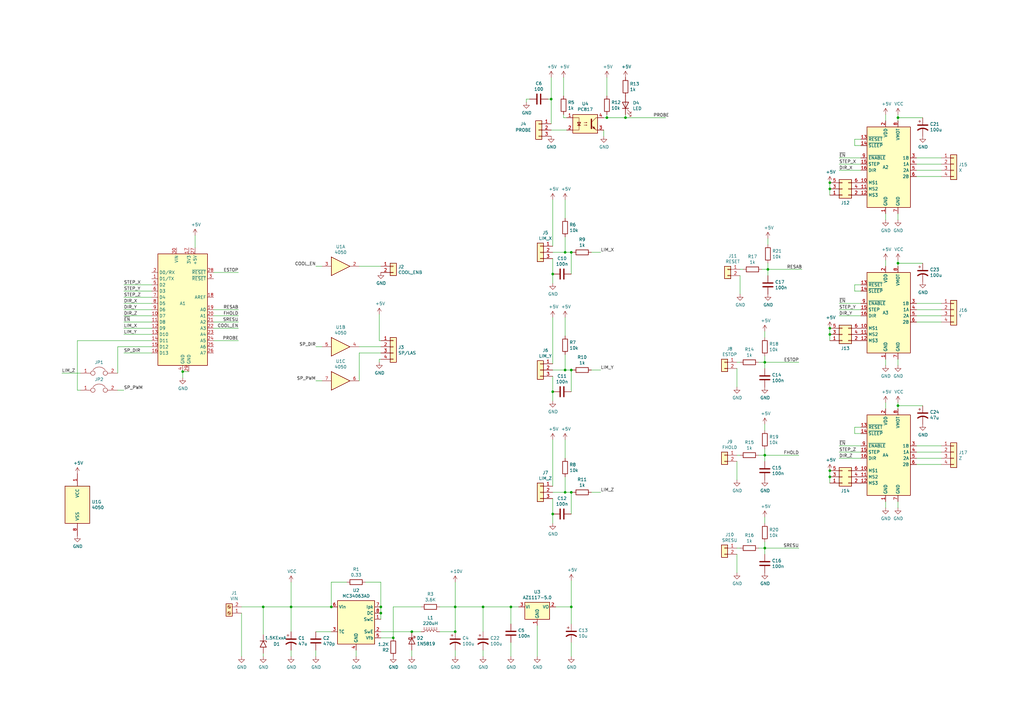
<source format=kicad_sch>
(kicad_sch (version 20211123) (generator eeschema)
  (paper "A3")
  (junction (at 231.775 151.765))
  (junction (at 340.36 134.62))
  (junction (at 119.38 248.92))
  (junction (at 226.695 112.395))
  (junction (at 107.95 248.92))
  (junction (at 340.36 74.93))
  (junction (at 234.315 103.505))
  (junction (at 156.21 248.92))
  (junction (at 161.29 261.62))
  (junction (at 234.315 248.92))
  (junction (at 186.69 259.08))
  (junction (at 248.92 48.26))
  (junction (at 313.69 148.59))
  (junction (at 368.3 166.37))
  (junction (at 135.89 248.92))
  (junction (at 198.12 248.92))
  (junction (at 368.3 48.26))
  (junction (at 234.315 201.93))
  (junction (at 226.695 160.655))
  (junction (at 168.91 259.08))
  (junction (at 234.315 151.765))
  (junction (at 156.21 251.46))
  (junction (at 186.69 248.92))
  (junction (at 226.06 40.64))
  (junction (at 340.36 137.16))
  (junction (at 256.54 48.26))
  (junction (at 368.3 107.95))
  (junction (at 231.775 103.505))
  (junction (at 209.55 248.92))
  (junction (at 340.36 193.04))
  (junction (at 74.93 152.4))
  (junction (at 226.695 210.82))
  (junction (at 314.96 110.49))
  (junction (at 313.69 224.79))
  (junction (at 231.775 201.93))
  (junction (at 340.36 195.58))
  (junction (at 340.36 77.47))
  (junction (at 313.69 186.69))
  (wire (pts (xy 386.08 72.39) (xy 375.92 72.39)))
  (wire (pts (xy 135.89 238.76) (xy 135.89 248.92)))
  (wire (pts (xy 302.26 196.85) (xy 302.26 189.23)))
  (wire (pts (xy 87.63 129.54) (xy 97.79 129.54)))
  (wire (pts (xy 375.92 187.96) (xy 386.08 187.96)))
  (wire (pts (xy 363.22 165.1) (xy 363.22 167.64)))
  (wire (pts (xy 161.29 248.92) (xy 172.72 248.92)))
  (wire (pts (xy 147.32 144.78) (xy 156.21 144.78)))
  (wire (pts (xy 226.695 112.395) (xy 226.695 106.045)))
  (wire (pts (xy 363.22 149.86) (xy 363.22 147.32)))
  (wire (pts (xy 119.38 248.92) (xy 135.89 248.92)))
  (wire (pts (xy 368.3 166.37) (xy 368.3 167.64)))
  (wire (pts (xy 156.21 251.46) (xy 156.21 248.92)))
  (wire (pts (xy 375.92 64.77) (xy 386.08 64.77)))
  (wire (pts (xy 313.69 186.69) (xy 327.66 186.69)))
  (wire (pts (xy 80.01 101.6) (xy 80.01 96.52)))
  (wire (pts (xy 155.575 147.32) (xy 156.21 147.32)))
  (wire (pts (xy 314.96 100.33) (xy 314.96 97.79)))
  (wire (pts (xy 363.22 46.99) (xy 363.22 49.53)))
  (wire (pts (xy 375.92 124.46) (xy 386.08 124.46)))
  (wire (pts (xy 311.15 148.59) (xy 313.69 148.59)))
  (wire (pts (xy 350.52 119.38) (xy 353.06 119.38)))
  (wire (pts (xy 344.17 129.54) (xy 353.06 129.54)))
  (wire (pts (xy 180.34 259.08) (xy 186.69 259.08)))
  (wire (pts (xy 368.3 106.68) (xy 368.3 107.95)))
  (wire (pts (xy 303.53 120.65) (xy 303.53 113.03)))
  (wire (pts (xy 25.4 153.035) (xy 33.02 153.035)))
  (wire (pts (xy 129.54 269.24) (xy 129.54 266.7)))
  (wire (pts (xy 231.775 97.155) (xy 231.775 103.505)))
  (wire (pts (xy 368.3 149.86) (xy 368.3 147.32)))
  (wire (pts (xy 302.26 158.75) (xy 302.26 151.13)))
  (wire (pts (xy 353.06 127) (xy 344.17 127)))
  (wire (pts (xy 248.92 39.37) (xy 248.92 31.75)))
  (wire (pts (xy 168.91 269.24) (xy 168.91 266.7)))
  (wire (pts (xy 161.29 261.62) (xy 161.29 248.92)))
  (wire (pts (xy 74.93 154.94) (xy 74.93 152.4)))
  (wire (pts (xy 107.95 248.92) (xy 119.38 248.92)))
  (wire (pts (xy 312.42 110.49) (xy 314.96 110.49)))
  (wire (pts (xy 198.12 248.92) (xy 198.12 259.08)))
  (wire (pts (xy 340.36 198.12) (xy 340.36 195.58)))
  (wire (pts (xy 340.36 195.58) (xy 340.36 193.04)))
  (wire (pts (xy 386.08 67.31) (xy 375.92 67.31)))
  (wire (pts (xy 198.12 269.24) (xy 198.12 266.7)))
  (wire (pts (xy 226.695 210.82) (xy 226.695 204.47)))
  (wire (pts (xy 147.32 109.22) (xy 156.21 109.22)))
  (wire (pts (xy 50.8 119.38) (xy 62.23 119.38)))
  (wire (pts (xy 248.92 46.99) (xy 248.92 48.26)))
  (wire (pts (xy 209.55 248.92) (xy 212.725 248.92)))
  (wire (pts (xy 303.53 110.49) (xy 304.8 110.49)))
  (wire (pts (xy 313.69 176.53) (xy 313.69 173.99)))
  (wire (pts (xy 313.69 148.59) (xy 313.69 146.05)))
  (wire (pts (xy 302.26 148.59) (xy 303.53 148.59)))
  (wire (pts (xy 368.3 46.99) (xy 368.3 48.26)))
  (wire (pts (xy 119.38 269.24) (xy 119.38 266.7)))
  (wire (pts (xy 186.69 248.92) (xy 198.12 248.92)))
  (wire (pts (xy 119.38 248.92) (xy 119.38 259.08)))
  (wire (pts (xy 313.69 189.23) (xy 313.69 186.69)))
  (wire (pts (xy 344.17 182.88) (xy 353.06 182.88)))
  (wire (pts (xy 156.21 261.62) (xy 161.29 261.62)))
  (wire (pts (xy 231.775 201.93) (xy 234.315 201.93)))
  (wire (pts (xy 340.36 137.16) (xy 340.36 134.62)))
  (wire (pts (xy 186.69 269.24) (xy 186.69 266.7)))
  (wire (pts (xy 186.69 248.92) (xy 186.69 259.08)))
  (wire (pts (xy 247.65 55.88) (xy 247.65 53.34)))
  (wire (pts (xy 50.8 127) (xy 62.23 127)))
  (wire (pts (xy 368.3 107.95) (xy 368.3 109.22)))
  (wire (pts (xy 247.65 48.26) (xy 248.92 48.26)))
  (wire (pts (xy 156.21 139.7) (xy 155.575 139.7)))
  (wire (pts (xy 234.315 269.24) (xy 234.315 263.525)))
  (wire (pts (xy 226.695 201.93) (xy 231.775 201.93)))
  (wire (pts (xy 155.575 128.905) (xy 155.575 139.7)))
  (wire (pts (xy 87.63 139.7) (xy 97.79 139.7)))
  (wire (pts (xy 99.06 251.46) (xy 99.06 269.24)))
  (wire (pts (xy 313.69 138.43) (xy 313.69 135.89)))
  (wire (pts (xy 313.69 224.79) (xy 327.66 224.79)))
  (wire (pts (xy 107.95 269.24) (xy 107.95 267.97)))
  (wire (pts (xy 87.63 134.62) (xy 97.79 134.62)))
  (wire (pts (xy 246.38 201.93) (xy 242.57 201.93)))
  (wire (pts (xy 234.315 210.82) (xy 234.315 201.93)))
  (wire (pts (xy 226.06 53.34) (xy 232.41 53.34)))
  (wire (pts (xy 302.26 234.95) (xy 302.26 227.33)))
  (wire (pts (xy 226.695 151.765) (xy 231.775 151.765)))
  (wire (pts (xy 314.96 110.49) (xy 314.96 107.95)))
  (wire (pts (xy 107.95 260.35) (xy 107.95 248.92)))
  (wire (pts (xy 386.08 127) (xy 375.92 127)))
  (wire (pts (xy 256.54 46.99) (xy 256.54 48.26)))
  (wire (pts (xy 48.26 142.24) (xy 62.23 142.24)))
  (wire (pts (xy 48.26 153.035) (xy 48.26 142.24)))
  (wire (pts (xy 350.52 175.26) (xy 350.52 177.8)))
  (wire (pts (xy 353.06 116.84) (xy 350.52 116.84)))
  (wire (pts (xy 87.63 132.08) (xy 97.79 132.08)))
  (wire (pts (xy 231.775 145.415) (xy 231.775 151.765)))
  (wire (pts (xy 311.15 186.69) (xy 313.69 186.69)))
  (wire (pts (xy 226.695 214.63) (xy 226.695 210.82)))
  (wire (pts (xy 234.95 103.505) (xy 234.315 103.505)))
  (wire (pts (xy 226.06 31.75) (xy 226.06 40.64)))
  (wire (pts (xy 87.63 111.76) (xy 97.79 111.76)))
  (wire (pts (xy 231.775 195.58) (xy 231.775 201.93)))
  (wire (pts (xy 344.17 64.77) (xy 353.06 64.77)))
  (wire (pts (xy 386.08 132.08) (xy 375.92 132.08)))
  (wire (pts (xy 172.72 259.08) (xy 168.91 259.08)))
  (wire (pts (xy 50.8 132.08) (xy 62.23 132.08)))
  (wire (pts (xy 246.38 103.505) (xy 242.57 103.505)))
  (wire (pts (xy 220.345 269.24) (xy 220.345 256.54)))
  (wire (pts (xy 215.9 40.64) (xy 217.17 40.64)))
  (wire (pts (xy 234.315 112.395) (xy 234.315 103.505)))
  (wire (pts (xy 234.315 103.505) (xy 231.775 103.505)))
  (wire (pts (xy 50.8 116.84) (xy 62.23 116.84)))
  (wire (pts (xy 353.06 57.15) (xy 350.52 57.15)))
  (wire (pts (xy 368.3 90.17) (xy 368.3 87.63)))
  (wire (pts (xy 231.775 103.505) (xy 226.695 103.505)))
  (wire (pts (xy 50.8 121.92) (xy 62.23 121.92)))
  (wire (pts (xy 147.32 142.24) (xy 156.21 142.24)))
  (wire (pts (xy 156.21 238.76) (xy 156.21 248.92)))
  (wire (pts (xy 375.92 182.88) (xy 386.08 182.88)))
  (wire (pts (xy 209.55 255.905) (xy 209.55 248.92)))
  (wire (pts (xy 48.26 160.02) (xy 50.8 160.02)))
  (wire (pts (xy 350.52 116.84) (xy 350.52 119.38)))
  (wire (pts (xy 156.21 254) (xy 156.21 251.46)))
  (wire (pts (xy 386.08 185.42) (xy 375.92 185.42)))
  (wire (pts (xy 248.92 48.26) (xy 256.54 48.26)))
  (wire (pts (xy 224.79 40.64) (xy 226.06 40.64)))
  (wire (pts (xy 302.26 186.69) (xy 303.53 186.69)))
  (wire (pts (xy 246.38 151.765) (xy 242.57 151.765)))
  (wire (pts (xy 155.575 148.59) (xy 155.575 147.32)))
  (wire (pts (xy 340.36 77.47) (xy 340.36 74.93)))
  (wire (pts (xy 313.69 148.59) (xy 327.66 148.59)))
  (wire (pts (xy 231.775 151.765) (xy 234.315 151.765)))
  (wire (pts (xy 350.52 57.15) (xy 350.52 59.69)))
  (wire (pts (xy 378.46 48.26) (xy 368.3 48.26)))
  (wire (pts (xy 186.69 248.92) (xy 186.69 238.76)))
  (wire (pts (xy 31.75 160.02) (xy 33.02 160.02)))
  (wire (pts (xy 353.06 185.42) (xy 344.17 185.42)))
  (wire (pts (xy 209.55 269.24) (xy 209.55 263.525)))
  (wire (pts (xy 313.69 224.79) (xy 313.69 222.25)))
  (wire (pts (xy 378.46 166.37) (xy 368.3 166.37)))
  (wire (pts (xy 156.21 238.76) (xy 149.86 238.76)))
  (wire (pts (xy 62.23 134.62) (xy 50.8 134.62)))
  (wire (pts (xy 313.69 151.13) (xy 313.69 148.59)))
  (wire (pts (xy 180.34 248.92) (xy 186.69 248.92)))
  (wire (pts (xy 368.3 165.1) (xy 368.3 166.37)))
  (wire (pts (xy 344.17 124.46) (xy 353.06 124.46)))
  (wire (pts (xy 146.05 269.24) (xy 146.05 266.7)))
  (wire (pts (xy 378.46 107.95) (xy 368.3 107.95)))
  (wire (pts (xy 226.06 50.8) (xy 226.06 40.64)))
  (wire (pts (xy 99.06 248.92) (xy 107.95 248.92)))
  (wire (pts (xy 156.21 259.08) (xy 168.91 259.08)))
  (wire (pts (xy 62.23 129.54) (xy 50.8 129.54)))
  (wire (pts (xy 31.75 139.7) (xy 31.75 160.02)))
  (wire (pts (xy 350.52 59.69) (xy 353.06 59.69)))
  (wire (pts (xy 50.8 137.16) (xy 62.23 137.16)))
  (wire (pts (xy 226.695 116.205) (xy 226.695 112.395)))
  (wire (pts (xy 313.69 227.33) (xy 313.69 224.79)))
  (wire (pts (xy 344.17 187.96) (xy 353.06 187.96)))
  (wire (pts (xy 119.38 248.92) (xy 119.38 238.76)))
  (wire (pts (xy 368.3 48.26) (xy 368.3 49.53)))
  (wire (pts (xy 314.96 113.03) (xy 314.96 110.49)))
  (wire (pts (xy 231.775 137.795) (xy 231.775 130.175)))
  (wire (pts (xy 340.36 139.7) (xy 340.36 137.16)))
  (wire (pts (xy 226.695 164.465) (xy 226.695 160.655)))
  (wire (pts (xy 147.32 156.21) (xy 147.32 144.78)))
  (wire (pts (xy 142.24 238.76) (xy 135.89 238.76)))
  (wire (pts (xy 375.92 129.54) (xy 386.08 129.54)))
  (wire (pts (xy 129.54 156.21) (xy 132.08 156.21)))
  (wire (pts (xy 231.775 187.96) (xy 231.775 180.34)))
  (wire (pts (xy 62.23 144.78) (xy 50.8 144.78)))
  (wire (pts (xy 62.23 124.46) (xy 50.8 124.46)))
  (wire (pts (xy 386.08 190.5) (xy 375.92 190.5)))
  (wire (pts (xy 129.54 259.08) (xy 135.89 259.08)))
  (wire (pts (xy 129.54 142.24) (xy 132.08 142.24)))
  (wire (pts (xy 129.54 109.22) (xy 132.08 109.22)))
  (wire (pts (xy 256.54 48.26) (xy 273.05 48.26)))
  (wire (pts (xy 353.06 175.26) (xy 350.52 175.26)))
  (wire (pts (xy 234.315 160.655) (xy 234.315 151.765)))
  (wire (pts (xy 313.69 186.69) (xy 313.69 184.15)))
  (wire (pts (xy 363.22 208.28) (xy 363.22 205.74)))
  (wire (pts (xy 368.3 208.28) (xy 368.3 205.74)))
  (wire (pts (xy 231.775 89.535) (xy 231.775 81.915)))
  (wire (pts (xy 62.23 139.7) (xy 31.75 139.7)))
  (wire (pts (xy 87.63 127) (xy 97.79 127)))
  (wire (pts (xy 313.69 214.63) (xy 313.69 212.09)))
  (wire (pts (xy 350.52 177.8) (xy 353.06 177.8)))
  (wire (pts (xy 363.22 90.17) (xy 363.22 87.63)))
  (wire (pts (xy 311.15 224.79) (xy 313.69 224.79)))
  (wire (pts (xy 231.14 48.26) (xy 231.14 46.99)))
  (wire (pts (xy 363.22 106.68) (xy 363.22 109.22)))
  (wire (pts (xy 234.315 248.92) (xy 227.965 248.92)))
  (wire (pts (xy 226.695 180.34) (xy 226.695 199.39)))
  (wire (pts (xy 353.06 67.31) (xy 344.17 67.31)))
  (wire (pts (xy 226.695 130.175) (xy 226.695 149.225)))
  (wire (pts (xy 226.695 160.655) (xy 226.695 154.305)))
  (wire (pts (xy 232.41 48.26) (xy 231.14 48.26)))
  (wire (pts (xy 198.12 248.92) (xy 209.55 248.92)))
  (wire (pts (xy 215.9 41.91) (xy 215.9 40.64)))
  (wire (pts (xy 77.47 152.4) (xy 74.93 152.4)))
  (wire (pts (xy 231.14 39.37) (xy 231.14 31.75)))
  (wire (pts (xy 302.26 224.79) (xy 303.53 224.79)))
  (wire (pts (xy 234.315 255.905) (xy 234.315 248.92)))
  (wire (pts (xy 234.315 201.93) (xy 234.95 201.93)))
  (wire (pts (xy 234.315 238.125) (xy 234.315 248.92)))
  (wire (pts (xy 226.695 81.915) (xy 226.695 100.965)))
  (wire (pts (xy 340.36 80.01) (xy 340.36 77.47)))
  (wire (pts (xy 375.92 69.85) (xy 386.08 69.85)))
  (wire (pts (xy 314.96 110.49) (xy 328.93 110.49)))
  (wire (pts (xy 234.315 151.765) (xy 234.95 151.765)))
  (wire (pts (xy 344.17 69.85) (xy 353.06 69.85)))
  (label "LIM_Y" (at 50.8 137.16 0))
  (label "STEP_Z" (at 344.17 185.42 0))
  (label "FHOLD" (at 327.66 186.69 180))
  (label "SP_DIR" (at 50.8 144.78 0))
  (label "RESAB" (at 97.79 127 180))
  (label "RESAB" (at 328.93 110.49 180))
  (label "DIR_X" (at 50.8 124.46 0))
  (label "FHOLD" (at 97.79 129.54 180))
  (label "DIR_Z" (at 344.17 187.96 0))
  (label "STEP_Y" (at 50.8 119.38 0))
  (label "LIM_Z" (at 246.38 201.93 0))
  (label "PROBE" (at 97.79 139.7 180))
  (label "LIM_X" (at 50.8 134.62 0))
  (label "DIR_X" (at 344.17 69.85 0))
  (label "DIR_Y" (at 344.17 129.54 0))
  (label "SRESU" (at 327.66 224.79 180))
  (label "DIR_Y" (at 50.8 127 0))
  (label "STEP_Y" (at 344.17 127 0))
  (label "~{EN}" (at 344.17 124.46 0))
  (label "ESTOP" (at 327.66 148.59 180))
  (label "~{EN}" (at 50.8 132.08 0))
  (label "LIM_Z" (at 25.4 153.035 0))
  (label "STEP_X" (at 50.8 116.84 0))
  (label "LIM_Y" (at 246.38 151.765 0))
  (label "~{EN}" (at 344.17 64.77 0))
  (label "SRESU" (at 97.79 132.08 180))
  (label "DIR_Z" (at 50.8 129.54 0))
  (label "SP_DIR" (at 129.54 142.24 180))
  (label "STEP_X" (at 344.17 67.31 0))
  (label "COOL_EN" (at 129.54 109.22 180))
  (label "LIM_X" (at 246.38 103.505 0))
  (label "~{EN}" (at 344.17 182.88 0))
  (label "SP_PWM" (at 50.8 160.02 0))
  (label "COOL_EN" (at 97.79 134.62 180))
  (label "ESTOP" (at 97.79 111.76 180))
  (label "SP_PWM" (at 129.54 156.21 180))
  (label "STEP_Z" (at 50.8 121.92 0))
  (label "PROBE" (at 267.97 48.26 0))
  (symbol (lib_id "Driver_Motor:Pololu_Breakout_A4988") (at 363.22 127 0) (unit 1)
    (property "Reference" "A3" (at 363.22 128.27 0))
    (property "Value" "Pololu_Breakout_A4988" (effects hide))
    (property "Footprint" "Module:Pololu_Breakout-16_15.2x20.3mm" (effects hide))
    (property "Datasheet" "https://www.pololu.com/product/2980/pictures" (effects hide))
  )
  (symbol (lib_id "Connector_Generic:Conn_01x04") (at 391.16 127 0) (unit 1)
    (property "Reference" "J16" (at 393.192 127.2032 0) (effects (justify left)))
    (property "Value" "Y" (at 393.192 129.5146 0) (effects (justify left)))
    (property "Footprint" "Connector_PinSocket_2.54mm:PinSocket_1x04_P2.54mm_Vertical" (effects hide))
  )
  (symbol (lib_id "power:GND") (at 363.22 149.86 0) (unit 1)
    (property "Reference" "#PWR0101" (effects hide))
    (property "Value" "GND" (at 363.347 154.2542 0))
  )
  (symbol (lib_id "power:GND") (at 368.3 149.86 0) (unit 1)
    (property "Reference" "#PWR0102" (effects hide))
    (property "Value" "GND" (at 368.427 154.2542 0))
  )
  (symbol (lib_id "power:+5V") (at 363.22 106.68 0) (unit 1)
    (property "Reference" "#PWR0103" (effects hide))
    (property "Value" "+5V" (at 363.601 102.2858 0))
  )
  (symbol (lib_id "power:VCC") (at 368.3 106.68 0) (unit 1)
    (property "Reference" "#PWR0104" (effects hide))
    (property "Value" "VCC" (at 368.681 102.2858 0))
  )
  (symbol (lib_id "power:GND") (at 378.46 115.57 0) (unit 1)
    (property "Reference" "#PWR0105" (effects hide))
    (property "Value" "GND" (at 378.587 119.9642 0))
  )
  (symbol (lib_id "Connector_Generic:Conn_02x03_Odd_Even") (at 345.44 137.16 0) (mirror x) (unit 1)
    (property "Reference" "J13" (at 346.71 142.875 0))
    (property "Value" "Conn_02x03_Odd_Even" (effects hide))
    (property "Footprint" "Connector_PinHeader_2.54mm:PinHeader_2x03_P2.54mm_Vertical" (effects hide))
  )
  (symbol (lib_id "power:+5V") (at 340.36 134.62 0) (unit 1)
    (property "Reference" "#PWR0106" (effects hide))
    (property "Value" "+5V" (at 340.741 130.2258 0))
  )
  (symbol (lib_id "Regulator_Switching:MC34063AD") (at 146.05 254 0) (unit 1)
    (property "Reference" "U2" (at 146.05 242.1382 0))
    (property "Value" "MC34063AD" (at 146.05 244.4496 0))
    (property "Footprint" "Package_SO:SO-8_3.9x4.9mm_P1.27mm" (effects hide))
    (property "Datasheet" "http://www.onsemi.com/pub_link/Collateral/MC34063A-D.PDF" (effects hide))
  )
  (symbol (lib_id "Device:R") (at 161.29 265.43 180) (unit 1)
    (property "Reference" "R2" (at 159.512 266.5984 0) (effects (justify left)))
    (property "Value" "1.2K" (at 159.512 264.287 0) (effects (justify left)))
    (property "Footprint" "Resistor_SMD:R_0805_2012Metric" (effects hide))
  )
  (symbol (lib_id "Device:L_Core_Ferrite") (at 176.53 259.08 90) (unit 1)
    (property "Reference" "L1" (at 176.53 253.365 90))
    (property "Value" "220uH" (at 176.53 255.6764 90))
    (property "Footprint" "Inductor_SMD:L_Bourns-SRN6028" (effects hide))
  )
  (symbol (lib_id "Driver_Motor:Pololu_Breakout_A4988") (at 363.22 185.42 0) (unit 1)
    (property "Reference" "A4" (at 363.22 186.69 0))
    (property "Value" "Pololu_Breakout_A4988" (effects hide))
    (property "Footprint" "Module:Pololu_Breakout-16_15.2x20.3mm" (effects hide))
    (property "Datasheet" "https://www.pololu.com/product/2980/pictures" (effects hide))
  )
  (symbol (lib_id "Connector_Generic:Conn_01x04") (at 391.16 185.42 0) (unit 1)
    (property "Reference" "J17" (at 393.192 185.6232 0) (effects (justify left)))
    (property "Value" "Z" (at 393.192 187.9346 0) (effects (justify left)))
    (property "Footprint" "Connector_PinSocket_2.54mm:PinSocket_1x04_P2.54mm_Vertical" (effects hide))
  )
  (symbol (lib_id "power:GND") (at 363.22 208.28 0) (unit 1)
    (property "Reference" "#PWR0108" (effects hide))
    (property "Value" "GND" (at 363.347 212.6742 0))
  )
  (symbol (lib_id "power:GND") (at 368.3 208.28 0) (unit 1)
    (property "Reference" "#PWR0109" (effects hide))
    (property "Value" "GND" (at 368.427 212.6742 0))
  )
  (symbol (lib_id "power:+5V") (at 363.22 165.1 0) (unit 1)
    (property "Reference" "#PWR0110" (effects hide))
    (property "Value" "+5V" (at 363.601 160.7058 0))
  )
  (symbol (lib_id "power:VCC") (at 368.3 165.1 0) (unit 1)
    (property "Reference" "#PWR0111" (effects hide))
    (property "Value" "VCC" (at 368.681 160.7058 0))
  )
  (symbol (lib_id "power:GND") (at 378.46 173.99 0) (unit 1)
    (property "Reference" "#PWR0112" (effects hide))
    (property "Value" "GND" (at 378.587 178.3842 0))
  )
  (symbol (lib_id "Connector_Generic:Conn_02x03_Odd_Even") (at 345.44 195.58 0) (mirror x) (unit 1)
    (property "Reference" "J14" (at 346.71 201.295 0))
    (property "Value" "Conn_02x03_Odd_Even" (effects hide))
    (property "Footprint" "Connector_PinHeader_2.54mm:PinHeader_2x03_P2.54mm_Vertical" (effects hide))
  )
  (symbol (lib_id "power:+5V") (at 340.36 193.04 0) (unit 1)
    (property "Reference" "#PWR0113" (effects hide))
    (property "Value" "+5V" (at 340.741 188.6458 0))
  )
  (symbol (lib_id "Driver_Motor:Pololu_Breakout_A4988") (at 363.22 67.31 0) (unit 1)
    (property "Reference" "A2" (at 363.22 68.58 0))
    (property "Value" "Pololu_Breakout_A4988" (effects hide))
    (property "Footprint" "Module:Pololu_Breakout-16_15.2x20.3mm" (effects hide))
    (property "Datasheet" "https://www.pololu.com/product/2980/pictures" (effects hide))
  )
  (symbol (lib_id "Connector_Generic:Conn_01x04") (at 391.16 67.31 0) (unit 1)
    (property "Reference" "J15" (at 393.192 67.5132 0) (effects (justify left)))
    (property "Value" "X" (at 393.192 69.8246 0) (effects (justify left)))
    (property "Footprint" "Connector_PinSocket_2.54mm:PinSocket_1x04_P2.54mm_Vertical" (effects hide))
  )
  (symbol (lib_id "power:GND") (at 363.22 90.17 0) (unit 1)
    (property "Reference" "#PWR0115" (effects hide))
    (property "Value" "GND" (at 363.347 94.5642 0))
  )
  (symbol (lib_id "power:GND") (at 368.3 90.17 0) (unit 1)
    (property "Reference" "#PWR0116" (effects hide))
    (property "Value" "GND" (at 368.427 94.5642 0))
  )
  (symbol (lib_id "power:+5V") (at 363.22 46.99 0) (unit 1)
    (property "Reference" "#PWR0117" (effects hide))
    (property "Value" "+5V" (at 363.601 42.5958 0))
  )
  (symbol (lib_id "power:VCC") (at 368.3 46.99 0) (unit 1)
    (property "Reference" "#PWR0118" (effects hide))
    (property "Value" "VCC" (at 368.681 42.5958 0))
  )
  (symbol (lib_id "Device:CP1") (at 378.46 52.07 0) (unit 1)
    (property "Reference" "C21" (at 381.381 50.9016 0) (effects (justify left)))
    (property "Value" "100u" (at 381.381 53.213 0) (effects (justify left)))
    (property "Footprint" "Capacitor_SMD:CP_Elec_6.3x7.7" (effects hide))
  )
  (symbol (lib_id "power:GND") (at 378.46 55.88 0) (unit 1)
    (property "Reference" "#PWR0119" (effects hide))
    (property "Value" "GND" (at 378.587 60.2742 0))
  )
  (symbol (lib_id "Connector_Generic:Conn_02x03_Odd_Even") (at 345.44 77.47 0) (mirror x) (unit 1)
    (property "Reference" "J12" (at 346.71 83.185 0))
    (property "Value" "Conn_02x03_Odd_Even" (effects hide))
    (property "Footprint" "Connector_PinHeader_2.54mm:PinHeader_2x03_P2.54mm_Vertical" (effects hide))
  )
  (symbol (lib_id "power:+5V") (at 340.36 74.93 0) (unit 1)
    (property "Reference" "#PWR0120" (effects hide))
    (property "Value" "+5V" (at 340.741 70.5358 0))
  )
  (symbol (lib_id "MCU_Module:Arduino_Nano_v3.x") (at 74.93 127 0) (unit 1)
    (property "Reference" "A1" (at 74.93 124.46 0))
    (property "Value" "Arduino_Nano_v3.x" (effects hide))
    (property "Footprint" "Module:Arduino_Nano" (effects hide))
    (property "Datasheet" "http://www.mouser.com/pdfdocs/Gravitech_Arduino_Nano3_0.pdf" (effects hide))
  )
  (symbol (lib_id "Device:R") (at 176.53 248.92 270) (unit 1)
    (property "Reference" "R3" (at 176.53 243.6622 90))
    (property "Value" "3.6K" (at 176.53 245.9736 90))
    (property "Footprint" "Resistor_SMD:R_0805_2012Metric" (effects hide))
  )
  (symbol (lib_id "Device:R") (at 231.775 93.345 0) (unit 1)
    (property "Reference" "R6" (at 233.553 92.1766 0) (effects (justify left)))
    (property "Value" "10k" (at 233.553 94.488 0) (effects (justify left)))
    (property "Footprint" "Resistor_SMD:R_0805_2012Metric" (effects hide))
  )
  (symbol (lib_id "Diode:1N5819") (at 168.91 262.89 270) (unit 1)
    (property "Reference" "D2" (at 170.942 261.7216 90) (effects (justify left)))
    (property "Value" "1N5819" (at 170.942 264.033 90) (effects (justify left)))
    (property "Footprint" "Diode_SMD:D_SOD-123" (effects hide))
    (property "Datasheet" "http://www.vishay.com/docs/88525/1n5817.pdf" (effects hide))
  )
  (symbol (lib_id "Connector_Generic:Conn_01x03") (at 221.615 103.505 0) (mirror y) (unit 1)
    (property "Reference" "J5" (at 223.6978 95.4532 0))
    (property "Value" "LIM_X" (at 223.6978 97.7646 0))
    (property "Footprint" "Connector_PinHeader_2.54mm:PinHeader_1x03_P2.54mm_Vertical" (effects hide))
  )
  (symbol (lib_id "Device:R") (at 231.775 141.605 0) (unit 1)
    (property "Reference" "R7" (at 233.553 140.4366 0) (effects (justify left)))
    (property "Value" "10k" (at 233.553 142.748 0) (effects (justify left)))
    (property "Footprint" "Resistor_SMD:R_0805_2012Metric" (effects hide))
  )
  (symbol (lib_id "Connector_Generic:Conn_01x03") (at 221.615 151.765 0) (mirror y) (unit 1)
    (property "Reference" "J6" (at 223.6978 143.7132 0))
    (property "Value" "LIM_Y" (at 223.6978 146.0246 0))
    (property "Footprint" "Connector_PinHeader_2.54mm:PinHeader_1x03_P2.54mm_Vertical" (effects hide))
  )
  (symbol (lib_id "power:+5V") (at 226.695 130.175 0) (unit 1)
    (property "Reference" "#PWR0125" (effects hide))
    (property "Value" "+5V" (at 227.076 125.7808 0))
  )
  (symbol (lib_id "power:GND") (at 226.695 164.465 0) (unit 1)
    (property "Reference" "#PWR0160" (effects hide))
    (property "Value" "GND" (at 226.822 168.8592 0))
  )
  (symbol (lib_id "power:+5V") (at 231.775 130.175 0) (unit 1)
    (property "Reference" "#PWR0126" (effects hide))
    (property "Value" "+5V" (at 232.156 125.7808 0))
  )
  (symbol (lib_id "Device:R") (at 231.775 191.77 0) (unit 1)
    (property "Reference" "R8" (at 233.553 190.6016 0) (effects (justify left)))
    (property "Value" "10k" (at 233.553 192.913 0) (effects (justify left)))
    (property "Footprint" "Resistor_SMD:R_0805_2012Metric" (effects hide))
  )
  (symbol (lib_id "Connector_Generic:Conn_01x03") (at 221.615 201.93 0) (mirror y) (unit 1)
    (property "Reference" "J7" (at 223.6978 193.8782 0))
    (property "Value" "LIM_Z" (at 223.6978 196.1896 0))
    (property "Footprint" "Connector_PinHeader_2.54mm:PinHeader_1x03_P2.54mm_Vertical" (effects hide))
  )
  (symbol (lib_id "power:+5V") (at 226.695 180.34 0) (unit 1)
    (property "Reference" "#PWR0128" (effects hide))
    (property "Value" "+5V" (at 227.076 175.9458 0))
  )
  (symbol (lib_id "power:+5V") (at 231.775 180.34 0) (unit 1)
    (property "Reference" "#PWR0129" (effects hide))
    (property "Value" "+5V" (at 232.156 175.9458 0))
  )
  (symbol (lib_id "power:+5V") (at 226.695 81.915 0) (unit 1)
    (property "Reference" "#PWR0122" (effects hide))
    (property "Value" "+5V" (at 227.076 77.5208 0))
  )
  (symbol (lib_id "power:+5V") (at 231.775 81.915 0) (unit 1)
    (property "Reference" "#PWR0123" (effects hide))
    (property "Value" "+5V" (at 232.156 77.5208 0))
  )
  (symbol (lib_id "power:GND") (at 168.91 269.24 0) (unit 1)
    (property "Reference" "#PWR0131" (effects hide))
    (property "Value" "GND" (at 169.037 273.6342 0))
  )
  (symbol (lib_id "Device:CP1") (at 186.69 262.89 0) (unit 1)
    (property "Reference" "C4" (at 189.611 261.7216 0) (effects (justify left)))
    (property "Value" "100u" (at 189.611 264.033 0) (effects (justify left)))
    (property "Footprint" "Capacitor_SMD:CP_Elec_6.3x4.9" (effects hide))
  )
  (symbol (lib_id "Device:R") (at 146.05 238.76 270) (unit 1)
    (property "Reference" "R1" (at 146.05 233.5022 90))
    (property "Value" "0.33" (at 146.05 235.8136 90))
    (property "Footprint" "Resistor_SMD:R_1206_3216Metric" (effects hide))
  )
  (symbol (lib_id "Device:CP1") (at 119.38 262.89 0) (unit 1)
    (property "Reference" "C1" (at 122.301 261.7216 0) (effects (justify left)))
    (property "Value" "47u" (at 122.301 264.033 0) (effects (justify left)))
    (property "Footprint" "Capacitor_SMD:CP_Elec_6.3x7.7" (effects hide))
  )
  (symbol (lib_id "Device:C") (at 129.54 262.89 0) (unit 1)
    (property "Reference" "C2" (at 132.461 261.7216 0) (effects (justify left)))
    (property "Value" "470p" (at 132.461 264.033 0) (effects (justify left)))
    (property "Footprint" "Capacitor_SMD:C_0603_1608Metric" (effects hide))
  )
  (symbol (lib_id "power:GND") (at 146.05 269.24 0) (unit 1)
    (property "Reference" "#PWR0132" (effects hide))
    (property "Value" "GND" (at 146.177 273.6342 0))
  )
  (symbol (lib_id "power:GND") (at 129.54 269.24 0) (unit 1)
    (property "Reference" "#PWR0133" (effects hide))
    (property "Value" "GND" (at 129.667 273.6342 0))
  )
  (symbol (lib_id "power:GND") (at 119.38 269.24 0) (unit 1)
    (property "Reference" "#PWR0134" (effects hide))
    (property "Value" "GND" (at 119.507 273.6342 0))
  )
  (symbol (lib_id "power:GND") (at 161.29 269.24 0) (unit 1)
    (property "Reference" "#PWR0135" (effects hide))
    (property "Value" "GND" (at 161.417 273.6342 0))
  )
  (symbol (lib_id "power:GND") (at 186.69 269.24 0) (unit 1)
    (property "Reference" "#PWR0136" (effects hide))
    (property "Value" "GND" (at 186.817 273.6342 0))
  )
  (symbol (lib_id "Connector:Screw_Terminal_01x02") (at 93.98 251.46 180) (unit 1)
    (property "Reference" "J1" (at 96.0628 243.205 0))
    (property "Value" "VIN" (at 96.0628 245.5164 0))
    (property "Footprint" "TerminalBlock:TerminalBlock_bornier-2_P5.08mm" (effects hide))
  )
  (symbol (lib_id "power:GND") (at 99.06 269.24 0) (unit 1)
    (property "Reference" "#PWR0137" (effects hide))
    (property "Value" "GND" (at 99.187 273.6342 0))
  )
  (symbol (lib_id "power:VCC") (at 119.38 238.76 0) (unit 1)
    (property "Reference" "#PWR0164" (effects hide))
    (property "Value" "VCC" (at 119.761 234.3658 0))
  )
  (symbol (lib_id "power:GND") (at 74.93 154.94 0) (unit 1)
    (property "Reference" "#PWR0139" (effects hide))
    (property "Value" "GND" (at 75.057 159.3342 0))
  )
  (symbol (lib_id "power:+5V") (at 80.01 96.52 0) (unit 1)
    (property "Reference" "#PWR0166" (effects hide))
    (property "Value" "+5V" (at 80.391 92.1258 0))
  )
  (symbol (lib_id "Diode:1.5KExxA") (at 107.95 264.16 270) (unit 1)
    (property "Reference" "D1" (at 113.4618 264.16 90))
    (property "Value" "1.5KExxA" (at 113.03 261.62 90))
    (property "Footprint" "Diode_THT:D_DO-15_P10.16mm_Horizontal" (effects hide))
    (property "Datasheet" "https://www.vishay.com/docs/88301/15ke.pdf" (effects hide))
  )
  (symbol (lib_id "power:GND") (at 107.95 269.24 0) (unit 1)
    (property "Reference" "#PWR0140" (effects hide))
    (property "Value" "GND" (at 108.077 273.6342 0))
  )
  (symbol (lib_id "Connector_Generic:Conn_01x02") (at 297.18 224.79 0) (mirror y) (unit 1)
    (property "Reference" "J10" (at 299.2628 219.2782 0))
    (property "Value" "SRESU" (at 299.2628 221.5896 0))
    (property "Footprint" "Connector_PinHeader_2.54mm:PinHeader_1x02_P2.54mm_Vertical" (effects hide))
  )
  (symbol (lib_id "Connector_Generic:Conn_01x02") (at 297.18 186.69 0) (mirror y) (unit 1)
    (property "Reference" "J9" (at 299.2628 181.1782 0))
    (property "Value" "FHOLD" (at 299.2628 183.4896 0))
    (property "Footprint" "Connector_PinHeader_2.54mm:PinHeader_1x02_P2.54mm_Vertical" (effects hide))
  )
  (symbol (lib_id "Connector_Generic:Conn_01x02") (at 297.18 148.59 0) (mirror y) (unit 1)
    (property "Reference" "J8" (at 299.2628 143.0782 0))
    (property "Value" "ESTOP" (at 299.2628 145.3896 0))
    (property "Footprint" "Connector_PinHeader_2.54mm:PinHeader_1x02_P2.54mm_Vertical" (effects hide))
  )
  (symbol (lib_id "Isolator:PC817") (at 240.03 50.8 0) (unit 1)
    (property "Reference" "U4" (at 240.03 42.545 0))
    (property "Value" "PC817" (at 240.03 44.8564 0))
    (property "Footprint" "Package_DIP:DIP-4_W7.62mm" (effects hide))
    (property "Datasheet" "http://www.soselectronic.cz/a_info/resource/d/pc817.pdf" (effects hide))
  )
  (symbol (lib_id "Device:R") (at 231.14 43.18 0) (unit 1)
    (property "Reference" "R5" (at 232.918 42.0116 0) (effects (justify left)))
    (property "Value" "1k" (at 232.918 44.323 0) (effects (justify left)))
    (property "Footprint" "Resistor_SMD:R_0805_2012Metric" (effects hide))
  )
  (symbol (lib_id "Connector_Generic:Conn_01x03") (at 220.98 53.34 0) (mirror y) (unit 1)
    (property "Reference" "J4" (at 214.63 50.8 0))
    (property "Value" "PROBE" (at 214.63 53.34 0))
    (property "Footprint" "Connector_PinHeader_2.54mm:PinHeader_1x03_P2.54mm_Vertical" (effects hide))
  )
  (symbol (lib_id "power:+5V") (at 226.06 31.75 0) (unit 1)
    (property "Reference" "#PWR0159" (effects hide))
    (property "Value" "+5V" (at 226.441 27.3558 0))
  )
  (symbol (lib_id "power:GND") (at 226.06 55.88 0) (unit 1)
    (property "Reference" "#PWR0141" (effects hide))
    (property "Value" "GND" (at 226.187 60.2742 0))
  )
  (symbol (lib_id "power:+5V") (at 231.14 31.75 0) (unit 1)
    (property "Reference" "#PWR0158" (effects hide))
    (property "Value" "+5V" (at 231.521 27.3558 0))
  )
  (symbol (lib_id "Device:LED") (at 256.54 43.18 90) (unit 1)
    (property "Reference" "D4" (at 259.5372 42.1894 90) (effects (justify right)))
    (property "Value" "LED" (at 259.5372 44.5008 90) (effects (justify right)))
    (property "Footprint" "LED_SMD:LED_0805_2012Metric" (effects hide))
  )
  (symbol (lib_id "power:GND") (at 247.65 55.88 0) (unit 1)
    (property "Reference" "#PWR0142" (effects hide))
    (property "Value" "GND" (at 247.777 60.2742 0))
  )
  (symbol (lib_id "power:+5V") (at 256.54 31.75 0) (unit 1)
    (property "Reference" "#PWR0143" (effects hide))
    (property "Value" "+5V" (at 256.921 27.3558 0))
  )
  (symbol (lib_id "Device:C") (at 220.98 40.64 270) (unit 1)
    (property "Reference" "C6" (at 220.98 34.2392 90))
    (property "Value" "100" (at 220.98 36.5506 90))
    (property "Footprint" "Capacitor_SMD:C_0603_1608Metric" (effects hide))
  )
  (symbol (lib_id "power:GND") (at 215.9 41.91 0) (unit 1)
    (property "Reference" "#PWR0157" (effects hide))
    (property "Value" "GND" (at 216.027 46.3042 0))
  )
  (symbol (lib_id "Device:R") (at 248.92 43.18 0) (unit 1)
    (property "Reference" "R12" (at 250.698 42.0116 0) (effects (justify left)))
    (property "Value" "10k" (at 250.698 44.323 0) (effects (justify left)))
    (property "Footprint" "Resistor_SMD:R_0805_2012Metric" (effects hide))
  )
  (symbol (lib_id "Device:R") (at 256.54 35.56 0) (unit 1)
    (property "Reference" "R13" (at 258.318 34.3916 0) (effects (justify left)))
    (property "Value" "1k" (at 258.318 36.703 0) (effects (justify left)))
    (property "Footprint" "Resistor_SMD:R_0805_2012Metric" (effects hide))
  )
  (symbol (lib_id "power:+5V") (at 248.92 31.75 0) (unit 1)
    (property "Reference" "#PWR0144" (effects hide))
    (property "Value" "+5V" (at 249.301 27.3558 0))
  )
  (symbol (lib_id "Device:R") (at 313.69 142.24 0) (unit 1)
    (property "Reference" "R18" (at 315.468 141.0716 0) (effects (justify left)))
    (property "Value" "10k" (at 315.468 143.383 0) (effects (justify left)))
    (property "Footprint" "Resistor_SMD:R_0805_2012Metric" (effects hide))
  )
  (symbol (lib_id "Device:C") (at 313.69 154.94 0) (unit 1)
    (property "Reference" "C14" (at 316.611 153.7716 0) (effects (justify left)))
    (property "Value" "100n" (at 316.611 156.083 0) (effects (justify left)))
    (property "Footprint" "Capacitor_SMD:C_0603_1608Metric" (effects hide))
  )
  (symbol (lib_id "Device:R") (at 307.34 148.59 270) (unit 1)
    (property "Reference" "R14" (at 307.34 143.3322 90))
    (property "Value" "1k" (at 307.34 145.6436 90))
    (property "Footprint" "Resistor_SMD:R_0805_2012Metric" (effects hide))
  )
  (symbol (lib_id "power:+5V") (at 313.69 135.89 0) (unit 1)
    (property "Reference" "#PWR0145" (effects hide))
    (property "Value" "+5V" (at 314.071 131.4958 0))
  )
  (symbol (lib_id "power:GND") (at 313.69 158.75 0) (unit 1)
    (property "Reference" "#PWR0146" (effects hide))
    (property "Value" "GND" (at 313.817 163.1442 0))
  )
  (symbol (lib_id "power:GND") (at 302.26 158.75 0) (unit 1)
    (property "Reference" "#PWR0147" (effects hide))
    (property "Value" "GND" (at 302.387 163.1442 0))
  )
  (symbol (lib_id "Device:R") (at 313.69 180.34 0) (unit 1)
    (property "Reference" "R19" (at 315.468 179.1716 0) (effects (justify left)))
    (property "Value" "10k" (at 315.468 181.483 0) (effects (justify left)))
    (property "Footprint" "Resistor_SMD:R_0805_2012Metric" (effects hide))
  )
  (symbol (lib_id "Device:C") (at 313.69 193.04 0) (unit 1)
    (property "Reference" "C15" (at 316.611 191.8716 0) (effects (justify left)))
    (property "Value" "100n" (at 316.611 194.183 0) (effects (justify left)))
    (property "Footprint" "Capacitor_SMD:C_0603_1608Metric" (effects hide))
  )
  (symbol (lib_id "Device:R") (at 307.34 186.69 270) (unit 1)
    (property "Reference" "R15" (at 307.34 181.4322 90))
    (property "Value" "1k" (at 307.34 183.7436 90))
    (property "Footprint" "Resistor_SMD:R_0805_2012Metric" (effects hide))
  )
  (symbol (lib_id "power:+5V") (at 313.69 173.99 0) (unit 1)
    (property "Reference" "#PWR0148" (effects hide))
    (property "Value" "+5V" (at 314.071 169.5958 0))
  )
  (symbol (lib_id "power:GND") (at 313.69 196.85 0) (unit 1)
    (property "Reference" "#PWR0149" (effects hide))
    (property "Value" "GND" (at 313.817 201.2442 0))
  )
  (symbol (lib_id "power:GND") (at 302.26 196.85 0) (unit 1)
    (property "Reference" "#PWR0150" (effects hide))
    (property "Value" "GND" (at 302.387 201.2442 0))
  )
  (symbol (lib_id "Device:R") (at 313.69 218.44 0) (unit 1)
    (property "Reference" "R20" (at 315.468 217.2716 0) (effects (justify left)))
    (property "Value" "10k" (at 315.468 219.583 0) (effects (justify left)))
    (property "Footprint" "Resistor_SMD:R_0805_2012Metric" (effects hide))
  )
  (symbol (lib_id "Device:C") (at 313.69 231.14 0) (unit 1)
    (property "Reference" "C16" (at 316.611 229.9716 0) (effects (justify left)))
    (property "Value" "100n" (at 316.611 232.283 0) (effects (justify left)))
    (property "Footprint" "Capacitor_SMD:C_0603_1608Metric" (effects hide))
  )
  (symbol (lib_id "Device:R") (at 307.34 224.79 270) (unit 1)
    (property "Reference" "R16" (at 307.34 219.5322 90))
    (property "Value" "1k" (at 307.34 221.8436 90))
    (property "Footprint" "Resistor_SMD:R_0805_2012Metric" (effects hide))
  )
  (symbol (lib_id "power:+5V") (at 313.69 212.09 0) (unit 1)
    (property "Reference" "#PWR0151" (effects hide))
    (property "Value" "+5V" (at 314.071 207.6958 0))
  )
  (symbol (lib_id "power:GND") (at 313.69 234.95 0) (unit 1)
    (property "Reference" "#PWR0152" (effects hide))
    (property "Value" "GND" (at 313.817 239.3442 0))
  )
  (symbol (lib_id "power:GND") (at 302.26 234.95 0) (unit 1)
    (property "Reference" "#PWR0153" (effects hide))
    (property "Value" "GND" (at 302.387 239.3442 0))
  )
  (symbol (lib_id "Device:R") (at 314.96 104.14 0) (unit 1)
    (property "Reference" "R21" (at 316.738 102.9716 0) (effects (justify left)))
    (property "Value" "10k" (at 316.738 105.283 0) (effects (justify left)))
    (property "Footprint" "Resistor_SMD:R_0805_2012Metric" (effects hide))
  )
  (symbol (lib_id "Device:C") (at 314.96 116.84 0) (unit 1)
    (property "Reference" "C17" (at 317.881 115.6716 0) (effects (justify left)))
    (property "Value" "100n" (at 317.881 117.983 0) (effects (justify left)))
    (property "Footprint" "Capacitor_SMD:C_0603_1608Metric" (effects hide))
  )
  (symbol (lib_id "Device:R") (at 308.61 110.49 270) (unit 1)
    (property "Reference" "R17" (at 308.61 105.2322 90))
    (property "Value" "1k" (at 308.61 107.5436 90))
    (property "Footprint" "Resistor_SMD:R_0805_2012Metric" (effects hide))
  )
  (symbol (lib_id "power:+5V") (at 314.96 97.79 0) (unit 1)
    (property "Reference" "#PWR0154" (effects hide))
    (property "Value" "+5V" (at 315.341 93.3958 0))
  )
  (symbol (lib_id "power:GND") (at 314.96 120.65 0) (unit 1)
    (property "Reference" "#PWR0155" (effects hide))
    (property "Value" "GND" (at 315.087 125.0442 0))
  )
  (symbol (lib_id "power:GND") (at 303.53 120.65 0) (unit 1)
    (property "Reference" "#PWR0156" (effects hide))
    (property "Value" "GND" (at 303.657 125.0442 0))
  )
  (symbol (lib_id "Connector_Generic:Conn_01x02") (at 298.45 110.49 0) (mirror y) (unit 1)
    (property "Reference" "J11" (at 300.5328 104.9782 0))
    (property "Value" "RESET" (at 300.5328 107.2896 0))
    (property "Footprint" "Connector_PinHeader_2.54mm:PinHeader_1x02_P2.54mm_Vertical" (effects hide))
  )
  (symbol (lib_id "Device:R") (at 238.76 103.505 270) (unit 1)
    (property "Reference" "R9" (at 238.76 98.2472 90))
    (property "Value" "1k" (at 238.76 100.5586 90))
    (property "Footprint" "Resistor_SMD:R_0805_2012Metric" (effects hide))
  )
  (symbol (lib_id "Device:R") (at 238.76 151.765 270) (unit 1)
    (property "Reference" "R10" (at 238.76 146.5072 90))
    (property "Value" "1k" (at 238.76 148.8186 90))
    (property "Footprint" "Resistor_SMD:R_0805_2012Metric" (effects hide))
  )
  (symbol (lib_id "Device:R") (at 238.76 201.93 270) (unit 1)
    (property "Reference" "R11" (at 238.76 196.6722 90))
    (property "Value" "1k" (at 238.76 198.9836 90))
    (property "Footprint" "Resistor_SMD:R_0805_2012Metric" (effects hide))
  )
  (symbol (lib_id "Device:C") (at 230.505 160.655 270) (unit 1)
    (property "Reference" "C11" (at 230.505 154.2542 90))
    (property "Value" "100n" (at 230.505 156.5656 90))
    (property "Footprint" "Capacitor_SMD:C_0603_1608Metric" (effects hide))
  )
  (symbol (lib_id "Device:C") (at 230.505 210.82 270) (unit 1)
    (property "Reference" "C12" (at 230.505 204.4192 90))
    (property "Value" "100n" (at 230.505 206.7306 90))
    (property "Footprint" "Capacitor_SMD:C_0603_1608Metric" (effects hide))
  )
  (symbol (lib_id "power:GND") (at 226.695 214.63 0) (unit 1)
    (property "Reference" "#PWR0161" (effects hide))
    (property "Value" "GND" (at 226.822 219.0242 0))
  )
  (symbol (lib_id "Device:C") (at 230.505 112.395 270) (unit 1)
    (property "Reference" "C10" (at 230.505 105.9942 90))
    (property "Value" "100n" (at 230.505 108.3056 90))
    (property "Footprint" "Capacitor_SMD:C_0603_1608Metric" (effects hide))
  )
  (symbol (lib_id "power:GND") (at 226.695 116.205 0) (unit 1)
    (property "Reference" "#PWR0162" (effects hide))
    (property "Value" "GND" (at 226.822 120.5992 0))
  )
  (symbol (lib_id "Device:Jumper") (at 40.64 153.035 0) (unit 1)
    (property "Reference" "JP1" (at 40.64 148.6408 0))
    (property "Value" "Jumper" (effects hide))
    (property "Footprint" "Connector_PinSocket_2.54mm:PinSocket_1x02_P2.54mm_Vertical" (effects hide))
  )
  (symbol (lib_id "Device:Jumper") (at 40.64 160.02 0) (unit 1)
    (property "Reference" "JP2" (at 40.64 155.6258 0))
    (property "Value" "Jumper" (effects hide))
    (property "Footprint" "Connector_PinSocket_2.54mm:PinSocket_1x02_P2.54mm_Vertical" (effects hide))
  )
  (symbol (lib_id "power:+5V") (at 31.75 194.31 0) (unit 1)
    (property "Reference" "#PWR0163" (effects hide))
    (property "Value" "+5V" (at 32.131 189.9158 0))
  )
  (symbol (lib_id "power:+10V") (at 186.69 238.76 0) (unit 1)
    (property "Reference" "#PWR0165" (effects hide))
    (property "Value" "+10V" (at 187.071 234.3658 0))
  )
  (symbol (lib_id "Regulator_Linear:AZ1117-5.0") (at 220.345 248.92 0) (unit 1)
    (property "Reference" "U3" (at 220.345 242.7732 0))
    (property "Value" "AZ1117-5.0" (at 220.345 245.0846 0))
    (property "Footprint" "Package_TO_SOT_SMD:SOT-223-3_TabPin2" (effects hide))
    (property "Datasheet" "https://www.diodes.com/assets/Datasheets/AZ1117.pdf" (effects hide))
  )
  (symbol (lib_id "power:GND") (at 220.345 269.24 0) (unit 1)
    (property "Reference" "#PWR0167" (effects hide))
    (property "Value" "GND" (at 220.472 273.6342 0))
  )
  (symbol (lib_id "Device:CP1") (at 234.315 259.715 0) (unit 1)
    (property "Reference" "C13" (at 237.236 258.5466 0) (effects (justify left)))
    (property "Value" "10u" (at 237.236 260.858 0) (effects (justify left)))
    (property "Footprint" "Capacitor_Tantalum_SMD:CP_EIA-3528-21_Kemet-B" (effects hide))
  )
  (symbol (lib_id "power:GND") (at 234.315 269.24 0) (unit 1)
    (property "Reference" "#PWR0168" (effects hide))
    (property "Value" "GND" (at 234.442 273.6342 0))
  )
  (symbol (lib_id "Device:C") (at 209.55 259.715 0) (unit 1)
    (property "Reference" "C5" (at 212.471 258.5466 0) (effects (justify left)))
    (property "Value" "100n" (at 212.471 260.858 0) (effects (justify left)))
    (property "Footprint" "Capacitor_SMD:C_0603_1608Metric" (effects hide))
  )
  (symbol (lib_id "power:GND") (at 209.55 269.24 0) (unit 1)
    (property "Reference" "#PWR0169" (effects hide))
    (property "Value" "GND" (at 209.677 273.6342 0))
  )
  (symbol (lib_id "power:+5V") (at 234.315 238.125 0) (unit 1)
    (property "Reference" "#PWR0170" (effects hide))
    (property "Value" "+5V" (at 234.696 233.7308 0))
  )
  (symbol (lib_id "4xxx:4050") (at 139.7 109.22 0) (unit 1)
    (property "Reference" "U1" (at 139.7 101.1682 0))
    (property "Value" "4050" (at 139.7 103.4796 0))
    (property "Footprint" "Package_SO:SO-16_3.9x9.9mm_P1.27mm" (effects hide))
    (property "Datasheet" "http://www.intersil.com/content/dam/intersil/documents/cd40/cd4050bms.pdf" (effects hide))
  )
  (symbol (lib_id "4xxx:4050") (at 139.7 142.24 0) (unit 2)
    (property "Reference" "U1" (at 139.7 134.1882 0))
    (property "Value" "4050" (at 139.7 136.4996 0))
    (property "Footprint" "Package_SO:SO-16_3.9x9.9mm_P1.27mm" (effects hide))
    (property "Datasheet" "http://www.intersil.com/content/dam/intersil/documents/cd40/cd4050bms.pdf" (effects hide))
  )
  (symbol (lib_id "4xxx:4050") (at 139.7 156.21 0) (unit 3)
    (property "Reference" "U1" (at 139.7 148.1582 0))
    (property "Value" "4050" (at 139.7 150.4696 0))
    (property "Footprint" "Package_SO:SO-16_3.9x9.9mm_P1.27mm" (effects hide))
    (property "Datasheet" "http://www.intersil.com/content/dam/intersil/documents/cd40/cd4050bms.pdf" (effects hide))
  )
  (symbol (lib_id "4xxx:4050") (at 31.75 207.01 0) (unit 7)
    (property "Reference" "U1" (at 37.592 205.8416 0) (effects (justify left)))
    (property "Value" "4050" (at 37.592 208.153 0) (effects (justify left)))
    (property "Footprint" "Package_SO:SO-16_3.9x9.9mm_P1.27mm" (effects hide))
    (property "Datasheet" "http://www.intersil.com/content/dam/intersil/documents/cd40/cd4050bms.pdf" (effects hide))
  )
  (symbol (lib_id "power:GND") (at 31.75 219.71 0) (unit 1)
    (property "Reference" "#PWR0171" (effects hide))
    (property "Value" "GND" (at 31.877 224.1042 0))
  )
  (symbol (lib_id "Connector_Generic:Conn_01x02") (at 161.29 109.22 0) (unit 1)
    (property "Reference" "J2" (at 163.322 109.4232 0) (effects (justify left)))
    (property "Value" "COOL_ENB" (at 163.322 111.7346 0) (effects (justify left)))
    (property "Footprint" "Connector_PinHeader_2.54mm:PinHeader_1x02_P2.54mm_Vertical" (effects hide))
  )
  (symbol (lib_id "Connector_Generic:Conn_01x04") (at 161.29 142.24 0) (unit 1)
    (property "Reference" "J3" (at 163.322 142.4432 0) (effects (justify left)))
    (property "Value" "SP/LAS" (at 163.322 144.7546 0) (effects (justify left)))
    (property "Footprint" "Connector_PinHeader_2.54mm:PinHeader_1x04_P2.54mm_Vertical" (effects hide))
  )
  (symbol (lib_id "power:GND") (at 156.21 111.76 0) (unit 1)
    (property "Reference" "#PWR0172" (effects hide))
    (property "Value" "GND" (at 156.337 116.1542 0))
  )
  (symbol (lib_id "power:GND") (at 155.575 148.59 0) (unit 1)
    (property "Reference" "#PWR0173" (effects hide))
    (property "Value" "GND" (at 155.702 152.9842 0))
  )
  (symbol (lib_id "power:+5V") (at 155.575 128.905 0) (unit 1)
    (property "Reference" "#PWR0174" (effects hide))
    (property "Value" "+5V" (at 155.956 124.5108 0))
  )
  (symbol (lib_id "power:GND") (at 198.12 269.24 0) (unit 1)
    (property "Reference" "#PWR0138" (effects hide))
    (property "Value" "GND" (at 198.247 273.6342 0))
  )
  (symbol (lib_id "Device:CP1") (at 378.46 170.18 0) (unit 1)
    (property "Reference" "C24" (at 381.381 169.0116 0) (effects (justify left)))
    (property "Value" "47u" (at 381.381 171.323 0) (effects (justify left)))
    (property "Footprint" "Capacitor_SMD:CP_Elec_6.3x7.7" (effects hide))
  )
  (symbol (lib_id "Device:CP1") (at 378.46 111.76 0) (unit 1)
    (property "Reference" "C23" (at 381.381 110.5916 0) (effects (justify left)))
    (property "Value" "100u" (at 381.381 112.903 0) (effects (justify left)))
    (property "Footprint" "Capacitor_SMD:CP_Elec_6.3x7.7" (effects hide))
  )
  (symbol (lib_id "Device:CP1") (at 198.12 262.89 0) (unit 1)
    (property "Reference" "C22" (at 201.041 261.7216 0) (effects (justify left)))
    (property "Value" "100u" (at 201.041 264.033 0) (effects (justify left)))
    (property "Footprint" "Capacitor_SMD:CP_Elec_6.3x4.9" (effects hide))
  )
)
</source>
